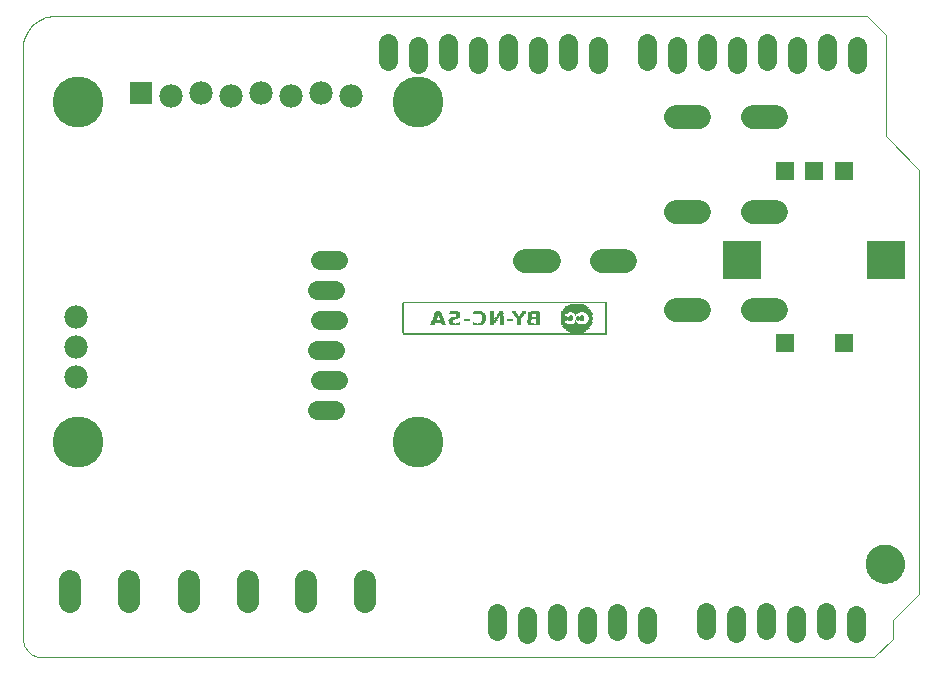
<source format=gbs>
G75*
G70*
%OFA0B0*%
%FSLAX24Y24*%
%IPPOS*%
%LPD*%
%AMOC8*
5,1,8,0,0,1.08239X$1,22.5*
%
%ADD10C,0.0000*%
%ADD11C,0.1300*%
%ADD12C,0.0039*%
%ADD13R,0.6816X0.0026*%
%ADD14R,0.0053X0.0026*%
%ADD15R,0.0316X0.0026*%
%ADD16R,0.0053X0.0026*%
%ADD17R,0.0474X0.0026*%
%ADD18R,0.0579X0.0026*%
%ADD19R,0.0658X0.0026*%
%ADD20R,0.0737X0.0026*%
%ADD21R,0.0790X0.0026*%
%ADD22R,0.0842X0.0026*%
%ADD23R,0.0868X0.0026*%
%ADD24R,0.0921X0.0026*%
%ADD25R,0.0948X0.0026*%
%ADD26R,0.0974X0.0026*%
%ADD27R,0.0342X0.0026*%
%ADD28R,0.0105X0.0026*%
%ADD29R,0.0106X0.0026*%
%ADD30R,0.0132X0.0026*%
%ADD31R,0.0263X0.0026*%
%ADD32R,0.0290X0.0026*%
%ADD33R,0.0237X0.0026*%
%ADD34R,0.0210X0.0026*%
%ADD35R,0.0395X0.0026*%
%ADD36R,0.0158X0.0026*%
%ADD37R,0.0315X0.0026*%
%ADD38R,0.0342X0.0026*%
%ADD39R,0.0131X0.0026*%
%ADD40R,0.0184X0.0026*%
%ADD41R,0.0185X0.0026*%
%ADD42R,0.0211X0.0026*%
%ADD43R,0.0184X0.0026*%
%ADD44R,0.0079X0.0026*%
%ADD45R,0.0157X0.0026*%
%ADD46R,0.0132X0.0026*%
%ADD47R,0.0105X0.0026*%
%ADD48R,0.0106X0.0026*%
%ADD49R,0.0184X0.0026*%
%ADD50R,0.0132X0.0026*%
%ADD51R,0.0026X0.0026*%
%ADD52R,0.0447X0.0026*%
%ADD53R,0.0026X0.0026*%
%ADD54R,0.0184X0.0026*%
%ADD55R,0.0447X0.0026*%
%ADD56R,0.0079X0.0026*%
%ADD57R,0.0132X0.0026*%
%ADD58R,0.0237X0.0026*%
%ADD59R,0.0421X0.0026*%
%ADD60R,0.0368X0.0026*%
%ADD61R,0.0131X0.0026*%
%ADD62R,0.0237X0.0026*%
%ADD63R,0.0421X0.0026*%
%ADD64R,0.0342X0.0026*%
%ADD65R,0.0210X0.0026*%
%ADD66R,0.0290X0.0026*%
%ADD67R,0.0157X0.0026*%
%ADD68R,0.0263X0.0026*%
%ADD69R,0.0289X0.0026*%
%ADD70R,0.0368X0.0026*%
%ADD71R,0.0158X0.0026*%
%ADD72R,0.0315X0.0026*%
%ADD73R,0.0185X0.0026*%
%ADD74R,0.0289X0.0026*%
%ADD75R,0.0894X0.0026*%
%ADD76R,0.0868X0.0026*%
%ADD77R,0.0816X0.0026*%
%ADD78R,0.0790X0.0026*%
%ADD79R,0.0711X0.0026*%
%ADD80R,0.0632X0.0026*%
%ADD81R,0.6816X0.0026*%
%ADD82C,0.0745*%
%ADD83C,0.0780*%
%ADD84C,0.0640*%
%ADD85R,0.0780X0.0780*%
%ADD86C,0.0808*%
%ADD87R,0.0634X0.0634*%
%ADD88R,0.1306X0.1306*%
%ADD89C,0.1700*%
D10*
X029336Y004277D02*
X029338Y004327D01*
X029344Y004377D01*
X029354Y004426D01*
X029368Y004474D01*
X029385Y004521D01*
X029406Y004566D01*
X029431Y004610D01*
X029459Y004651D01*
X029491Y004690D01*
X029525Y004727D01*
X029562Y004761D01*
X029602Y004791D01*
X029644Y004818D01*
X029688Y004842D01*
X029734Y004863D01*
X029781Y004879D01*
X029829Y004892D01*
X029879Y004901D01*
X029928Y004906D01*
X029979Y004907D01*
X030029Y004904D01*
X030078Y004897D01*
X030127Y004886D01*
X030175Y004871D01*
X030221Y004853D01*
X030266Y004831D01*
X030309Y004805D01*
X030350Y004776D01*
X030389Y004744D01*
X030425Y004709D01*
X030457Y004671D01*
X030487Y004631D01*
X030514Y004588D01*
X030537Y004544D01*
X030556Y004498D01*
X030572Y004450D01*
X030584Y004401D01*
X030592Y004352D01*
X030596Y004302D01*
X030596Y004252D01*
X030592Y004202D01*
X030584Y004153D01*
X030572Y004104D01*
X030556Y004056D01*
X030537Y004010D01*
X030514Y003966D01*
X030487Y003923D01*
X030457Y003883D01*
X030425Y003845D01*
X030389Y003810D01*
X030350Y003778D01*
X030309Y003749D01*
X030266Y003723D01*
X030221Y003701D01*
X030175Y003683D01*
X030127Y003668D01*
X030078Y003657D01*
X030029Y003650D01*
X029979Y003647D01*
X029928Y003648D01*
X029879Y003653D01*
X029829Y003662D01*
X029781Y003675D01*
X029734Y003691D01*
X029688Y003712D01*
X029644Y003736D01*
X029602Y003763D01*
X029562Y003793D01*
X029525Y003827D01*
X029491Y003864D01*
X029459Y003903D01*
X029431Y003944D01*
X029406Y003988D01*
X029385Y004033D01*
X029368Y004080D01*
X029354Y004128D01*
X029344Y004177D01*
X029338Y004227D01*
X029336Y004277D01*
D11*
X029966Y004277D03*
D12*
X029607Y001160D02*
X001857Y001160D01*
X001808Y001162D01*
X001759Y001168D01*
X001711Y001177D01*
X001664Y001191D01*
X001618Y001208D01*
X001573Y001228D01*
X001530Y001252D01*
X001490Y001279D01*
X001451Y001310D01*
X001415Y001343D01*
X001382Y001379D01*
X001351Y001418D01*
X001324Y001458D01*
X001300Y001501D01*
X001280Y001546D01*
X001263Y001592D01*
X001249Y001639D01*
X001240Y001687D01*
X001234Y001736D01*
X001232Y001785D01*
X001232Y021535D01*
X001238Y021600D01*
X001247Y021663D01*
X001261Y021726D01*
X001278Y021788D01*
X001299Y021849D01*
X001323Y021909D01*
X001352Y021967D01*
X001383Y022023D01*
X001418Y022077D01*
X001456Y022129D01*
X001497Y022178D01*
X001542Y022225D01*
X001589Y022270D01*
X001638Y022311D01*
X001690Y022349D01*
X001744Y022384D01*
X001800Y022415D01*
X001858Y022444D01*
X001918Y022468D01*
X001979Y022489D01*
X002041Y022506D01*
X002104Y022520D01*
X002167Y022529D01*
X002232Y022535D01*
X029357Y022535D01*
X029982Y021910D01*
X029982Y018535D01*
X031107Y017410D01*
X031107Y003285D01*
X030232Y002410D01*
X030232Y001785D01*
X029607Y001160D01*
D13*
X017286Y011908D03*
X017286Y011934D03*
X017286Y012987D03*
D14*
X020668Y012803D03*
X020668Y012645D03*
X020668Y012461D03*
X020668Y012303D03*
X020668Y012145D03*
X020668Y011961D03*
X013905Y011961D03*
X013905Y012145D03*
X013905Y012303D03*
X013905Y012461D03*
X013905Y012645D03*
X013905Y012803D03*
D15*
X015615Y012645D03*
X019694Y011961D03*
D16*
X019721Y012382D03*
X019721Y012513D03*
X019484Y012540D03*
X020668Y012540D03*
X020668Y012566D03*
X020668Y012592D03*
X020668Y012618D03*
X020668Y012671D03*
X020668Y012697D03*
X020668Y012724D03*
X020668Y012750D03*
X020668Y012776D03*
X020668Y012829D03*
X020668Y012855D03*
X020668Y012882D03*
X020668Y012908D03*
X020668Y012934D03*
X020668Y012513D03*
X020668Y012487D03*
X020668Y012434D03*
X020668Y012408D03*
X020668Y012382D03*
X020668Y012355D03*
X020668Y012329D03*
X020668Y012276D03*
X020668Y012250D03*
X020668Y012224D03*
X020668Y012197D03*
X020668Y012171D03*
X020668Y012118D03*
X020668Y012092D03*
X020668Y012066D03*
X020668Y012040D03*
X020668Y012013D03*
X020668Y011987D03*
X013905Y011987D03*
X013905Y012013D03*
X013905Y012040D03*
X013905Y012066D03*
X013905Y012092D03*
X013905Y012118D03*
X013905Y012171D03*
X013905Y012197D03*
X013905Y012224D03*
X013905Y012250D03*
X013905Y012276D03*
X013905Y012329D03*
X013905Y012355D03*
X013905Y012382D03*
X013905Y012408D03*
X013905Y012434D03*
X013905Y012487D03*
X013905Y012513D03*
X013905Y012540D03*
X013905Y012566D03*
X013905Y012592D03*
X013905Y012618D03*
X013905Y012671D03*
X013905Y012697D03*
X013905Y012724D03*
X013905Y012750D03*
X013905Y012776D03*
X013905Y012829D03*
X013905Y012855D03*
X013905Y012882D03*
X013905Y012908D03*
X013905Y012934D03*
D17*
X019694Y012908D03*
X019694Y011987D03*
D18*
X019694Y012013D03*
X019694Y012882D03*
D19*
X019681Y012040D03*
D20*
X019694Y012066D03*
D21*
X019694Y012092D03*
D22*
X019694Y012118D03*
D23*
X019681Y012145D03*
D24*
X019681Y012171D03*
D25*
X019694Y012197D03*
X019694Y012697D03*
D26*
X019681Y012671D03*
X019681Y012224D03*
D27*
X018286Y012224D03*
D28*
X018089Y012355D03*
X017773Y012355D03*
X017773Y012329D03*
X017773Y012276D03*
X017773Y012250D03*
X017773Y012224D03*
X017773Y012382D03*
X017773Y012408D03*
X017642Y012592D03*
X017589Y012671D03*
X017010Y012434D03*
X016984Y012382D03*
X016852Y012382D03*
X016852Y012408D03*
X016852Y012434D03*
X016852Y012487D03*
X016852Y012513D03*
X016852Y012540D03*
X016852Y012566D03*
X016852Y012592D03*
X016852Y012618D03*
X016852Y012671D03*
X016589Y012540D03*
X016589Y012355D03*
X016300Y012276D03*
X015747Y012540D03*
X015747Y012566D03*
X015747Y012592D03*
X015484Y012329D03*
X015273Y012224D03*
X015247Y012276D03*
X015168Y012487D03*
X015168Y012513D03*
X015142Y012540D03*
X015142Y012566D03*
X015010Y012566D03*
X015010Y012540D03*
X014984Y012513D03*
X014984Y012487D03*
X014905Y012276D03*
X019484Y012513D03*
D29*
X018115Y012540D03*
X018115Y012566D03*
X017878Y012566D03*
X017194Y012513D03*
X017194Y012487D03*
X017194Y012434D03*
X017194Y012408D03*
X017194Y012382D03*
X017194Y012355D03*
X017194Y012329D03*
X017194Y012276D03*
X017194Y012250D03*
X017194Y012224D03*
X017036Y012487D03*
X015194Y012434D03*
X015194Y012408D03*
X014957Y012408D03*
X014957Y012434D03*
X014878Y012224D03*
D30*
X014891Y012250D03*
X015207Y012382D03*
X015470Y012355D03*
X016602Y012382D03*
X016602Y012408D03*
X016602Y012434D03*
X016602Y012487D03*
X016602Y012513D03*
X016865Y012224D03*
X017681Y012540D03*
X017865Y012540D03*
X017891Y012592D03*
X018102Y012382D03*
X018102Y012329D03*
X018391Y012329D03*
X018391Y012355D03*
X018391Y012382D03*
X018391Y012408D03*
X018391Y012513D03*
X018391Y012540D03*
X018391Y012566D03*
X018391Y012592D03*
X018391Y012276D03*
X019470Y012382D03*
X019681Y012276D03*
X019865Y012382D03*
X019865Y012513D03*
D31*
X017773Y012513D03*
X016405Y012224D03*
D32*
X015628Y012224D03*
X015602Y012434D03*
D33*
X015681Y012487D03*
X015602Y012671D03*
X015076Y012592D03*
X016392Y012671D03*
X019681Y012250D03*
X020076Y012250D03*
D34*
X019299Y012250D03*
X019273Y012513D03*
X017773Y012487D03*
X015536Y012408D03*
D35*
X015076Y012355D03*
X018260Y012250D03*
X018260Y012618D03*
D36*
X017773Y012434D03*
X017168Y012671D03*
X016878Y012276D03*
X016878Y012250D03*
X019668Y012618D03*
X020141Y012540D03*
X020141Y012513D03*
X020141Y012382D03*
X020141Y012355D03*
X020141Y012329D03*
D37*
X016405Y012250D03*
D38*
X016418Y012618D03*
X015628Y012618D03*
X015628Y012250D03*
D39*
X015734Y012276D03*
X015734Y012513D03*
X015497Y012382D03*
X015260Y012250D03*
X015076Y012671D03*
X016576Y012566D03*
X016576Y012329D03*
X017655Y012566D03*
X017918Y012618D03*
X019234Y012566D03*
X019234Y012540D03*
X019234Y012355D03*
X019234Y012329D03*
X020155Y012408D03*
X020155Y012434D03*
X020155Y012487D03*
D40*
X020128Y012566D03*
X020128Y012592D03*
X020102Y012276D03*
X019260Y012276D03*
X019260Y012382D03*
X017470Y012382D03*
X017470Y012408D03*
X017470Y012355D03*
X016023Y012355D03*
X016023Y012382D03*
X016023Y012408D03*
X015523Y012276D03*
D41*
X015076Y012618D03*
X017155Y012618D03*
X017155Y012592D03*
X018155Y012276D03*
D42*
X017142Y012540D03*
X017142Y012566D03*
X016905Y012355D03*
X016510Y012276D03*
X020089Y012618D03*
D43*
X020128Y012303D03*
D44*
X019681Y012303D03*
X017023Y012461D03*
D45*
X019247Y012303D03*
D46*
X018391Y012303D03*
X018102Y012303D03*
X017602Y012645D03*
X016602Y012461D03*
X015181Y012461D03*
D47*
X015484Y012303D03*
X016852Y012461D03*
X016852Y012645D03*
X017773Y012303D03*
X017931Y012645D03*
D48*
X017194Y012461D03*
X017194Y012303D03*
X014957Y012461D03*
D49*
X016891Y012303D03*
D50*
X016549Y012303D03*
D51*
X016260Y012303D03*
X015786Y012303D03*
D52*
X015076Y012303D03*
D53*
X015470Y012592D03*
X016260Y012592D03*
X019681Y012566D03*
X019681Y012540D03*
X019681Y012355D03*
X019681Y012329D03*
D54*
X019286Y012618D03*
X016891Y012329D03*
D55*
X015076Y012329D03*
D56*
X016997Y012408D03*
X017050Y012513D03*
X019471Y012355D03*
X019681Y012592D03*
X019865Y012540D03*
X019865Y012355D03*
D57*
X018128Y012408D03*
X018128Y012513D03*
X018128Y012592D03*
X017944Y012671D03*
X017628Y012618D03*
X016549Y012592D03*
X014944Y012382D03*
D58*
X019813Y012408D03*
X019813Y012434D03*
X019813Y012487D03*
D59*
X019352Y012487D03*
X019352Y012434D03*
X019352Y012408D03*
D60*
X018273Y012434D03*
X018273Y012487D03*
D61*
X020155Y012461D03*
D62*
X019813Y012461D03*
X019313Y012645D03*
D63*
X019352Y012461D03*
D64*
X018286Y012461D03*
D65*
X017773Y012461D03*
D66*
X015628Y012461D03*
D67*
X019247Y012592D03*
D68*
X020063Y012645D03*
D69*
X019681Y012645D03*
D70*
X018273Y012645D03*
D71*
X017168Y012645D03*
D72*
X016405Y012645D03*
D73*
X015076Y012645D03*
D74*
X018313Y012671D03*
D75*
X019694Y012724D03*
D76*
X019681Y012750D03*
D77*
X019681Y012776D03*
D78*
X019694Y012803D03*
D79*
X019681Y012829D03*
D80*
X019694Y012855D03*
D81*
X017286Y012961D03*
D82*
X012621Y003717D02*
X012621Y003012D01*
X010653Y003012D02*
X010653Y003717D01*
X008724Y003717D02*
X008724Y003012D01*
X006755Y003012D02*
X006755Y003717D01*
X004779Y003717D02*
X004779Y003012D01*
X002810Y003012D02*
X002810Y003717D01*
D83*
X002987Y010501D03*
X002987Y011501D03*
X002987Y012501D03*
X006163Y019857D03*
X007163Y019957D03*
X008163Y019857D03*
X009163Y019957D03*
X010163Y019857D03*
X011163Y019957D03*
X012163Y019857D03*
D84*
X013385Y021031D02*
X013385Y021631D01*
X014385Y021531D02*
X014385Y020931D01*
X015385Y021031D02*
X015385Y021631D01*
X016385Y021531D02*
X016385Y020931D01*
X017385Y021031D02*
X017385Y021631D01*
X018385Y021531D02*
X018385Y020931D01*
X019385Y021031D02*
X019385Y021631D01*
X020385Y021531D02*
X020385Y020931D01*
X022039Y021051D02*
X022039Y021651D01*
X023039Y021551D02*
X023039Y020951D01*
X024039Y021051D02*
X024039Y021651D01*
X025039Y021551D02*
X025039Y020951D01*
X026039Y021051D02*
X026039Y021651D01*
X027039Y021551D02*
X027039Y020951D01*
X028039Y021051D02*
X028039Y021651D01*
X029039Y021551D02*
X029039Y020951D01*
X011742Y014405D02*
X011142Y014405D01*
X011042Y013405D02*
X011642Y013405D01*
X011742Y012405D02*
X011142Y012405D01*
X011042Y011405D02*
X011642Y011405D01*
X011742Y010405D02*
X011142Y010405D01*
X011042Y009405D02*
X011642Y009405D01*
X017026Y002653D02*
X017026Y002053D01*
X018026Y001953D02*
X018026Y002553D01*
X019026Y002653D02*
X019026Y002053D01*
X020026Y001953D02*
X020026Y002553D01*
X021026Y002653D02*
X021026Y002053D01*
X022026Y001953D02*
X022026Y002553D01*
X024012Y002670D02*
X024012Y002070D01*
X025012Y001970D02*
X025012Y002570D01*
X026012Y002670D02*
X026012Y002070D01*
X027012Y001970D02*
X027012Y002570D01*
X028012Y002670D02*
X028012Y002070D01*
X029012Y001970D02*
X029012Y002570D01*
D85*
X005163Y019957D03*
D86*
X017981Y014379D02*
X018748Y014379D01*
X020540Y014379D02*
X021308Y014379D01*
X023006Y016004D02*
X023774Y016004D01*
X025565Y016004D02*
X026333Y016004D01*
X026333Y019161D02*
X025565Y019161D01*
X023774Y019161D02*
X023006Y019161D01*
X023005Y012729D02*
X023773Y012729D01*
X025564Y012729D02*
X026332Y012729D01*
D87*
X026622Y011654D03*
X028591Y011654D03*
X028591Y017363D03*
X027607Y017363D03*
X026622Y017363D03*
D88*
X025205Y014410D03*
X030008Y014410D03*
D89*
X014389Y019678D03*
X003051Y019678D03*
X003051Y008340D03*
X014389Y008340D03*
M02*

</source>
